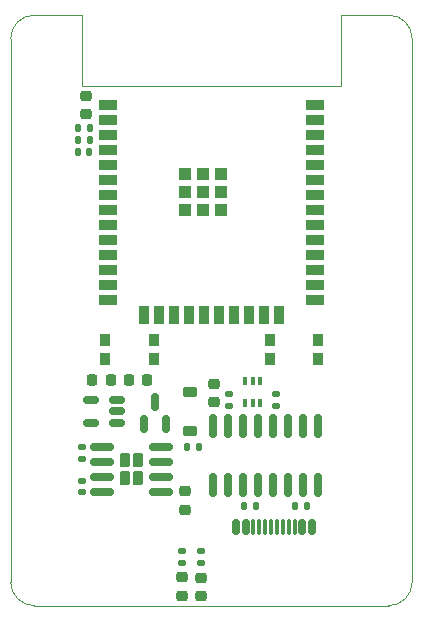
<source format=gtp>
G04 #@! TF.GenerationSoftware,KiCad,Pcbnew,8.0.2*
G04 #@! TF.CreationDate,2024-05-24T09:08:15+10:00*
G04 #@! TF.ProjectId,design,64657369-676e-42e6-9b69-6361645f7063,rev?*
G04 #@! TF.SameCoordinates,Original*
G04 #@! TF.FileFunction,Paste,Top*
G04 #@! TF.FilePolarity,Positive*
%FSLAX46Y46*%
G04 Gerber Fmt 4.6, Leading zero omitted, Abs format (unit mm)*
G04 Created by KiCad (PCBNEW 8.0.2) date 2024-05-24 09:08:15*
%MOMM*%
%LPD*%
G01*
G04 APERTURE LIST*
G04 Aperture macros list*
%AMRoundRect*
0 Rectangle with rounded corners*
0 $1 Rounding radius*
0 $2 $3 $4 $5 $6 $7 $8 $9 X,Y pos of 4 corners*
0 Add a 4 corners polygon primitive as box body*
4,1,4,$2,$3,$4,$5,$6,$7,$8,$9,$2,$3,0*
0 Add four circle primitives for the rounded corners*
1,1,$1+$1,$2,$3*
1,1,$1+$1,$4,$5*
1,1,$1+$1,$6,$7*
1,1,$1+$1,$8,$9*
0 Add four rect primitives between the rounded corners*
20,1,$1+$1,$2,$3,$4,$5,0*
20,1,$1+$1,$4,$5,$6,$7,0*
20,1,$1+$1,$6,$7,$8,$9,0*
20,1,$1+$1,$8,$9,$2,$3,0*%
G04 Aperture macros list end*
%ADD10RoundRect,0.140000X0.170000X-0.140000X0.170000X0.140000X-0.170000X0.140000X-0.170000X-0.140000X0*%
%ADD11RoundRect,0.135000X-0.135000X-0.185000X0.135000X-0.185000X0.135000X0.185000X-0.135000X0.185000X0*%
%ADD12RoundRect,0.225000X0.225000X0.250000X-0.225000X0.250000X-0.225000X-0.250000X0.225000X-0.250000X0*%
%ADD13RoundRect,0.150000X0.150000X-0.587500X0.150000X0.587500X-0.150000X0.587500X-0.150000X-0.587500X0*%
%ADD14R,0.900000X1.000000*%
%ADD15RoundRect,0.135000X0.185000X-0.135000X0.185000X0.135000X-0.185000X0.135000X-0.185000X-0.135000X0*%
%ADD16RoundRect,0.225000X-0.225000X-0.250000X0.225000X-0.250000X0.225000X0.250000X-0.225000X0.250000X0*%
%ADD17R,1.500000X0.900000*%
%ADD18R,0.900000X1.500000*%
%ADD19R,1.050000X1.050000*%
%ADD20RoundRect,0.100000X0.100000X-0.225000X0.100000X0.225000X-0.100000X0.225000X-0.100000X-0.225000X0*%
%ADD21RoundRect,0.150000X0.150000X-0.825000X0.150000X0.825000X-0.150000X0.825000X-0.150000X-0.825000X0*%
%ADD22RoundRect,0.218750X-0.256250X0.218750X-0.256250X-0.218750X0.256250X-0.218750X0.256250X0.218750X0*%
%ADD23RoundRect,0.225000X0.250000X-0.225000X0.250000X0.225000X-0.250000X0.225000X-0.250000X-0.225000X0*%
%ADD24RoundRect,0.230000X-0.230000X-0.375000X0.230000X-0.375000X0.230000X0.375000X-0.230000X0.375000X0*%
%ADD25RoundRect,0.150000X-0.825000X-0.150000X0.825000X-0.150000X0.825000X0.150000X-0.825000X0.150000X0*%
%ADD26RoundRect,0.140000X0.140000X0.170000X-0.140000X0.170000X-0.140000X-0.170000X0.140000X-0.170000X0*%
%ADD27RoundRect,0.140000X-0.140000X-0.170000X0.140000X-0.170000X0.140000X0.170000X-0.140000X0.170000X0*%
%ADD28RoundRect,0.225000X-0.250000X0.225000X-0.250000X-0.225000X0.250000X-0.225000X0.250000X0.225000X0*%
%ADD29RoundRect,0.150000X-0.150000X-0.500000X0.150000X-0.500000X0.150000X0.500000X-0.150000X0.500000X0*%
%ADD30RoundRect,0.075000X-0.075000X-0.575000X0.075000X-0.575000X0.075000X0.575000X-0.075000X0.575000X0*%
%ADD31RoundRect,0.150000X0.512500X0.150000X-0.512500X0.150000X-0.512500X-0.150000X0.512500X-0.150000X0*%
%ADD32RoundRect,0.225000X-0.375000X0.225000X-0.375000X-0.225000X0.375000X-0.225000X0.375000X0.225000X0*%
%ADD33RoundRect,0.135000X0.135000X0.185000X-0.135000X0.185000X-0.135000X-0.185000X0.135000X-0.185000X0*%
G04 #@! TA.AperFunction,Profile*
%ADD34C,0.100000*%
G04 #@! TD*
G04 APERTURE END LIST*
D10*
G04 #@! TO.C,C14*
X89000000Y-105380000D03*
X89000000Y-104420000D03*
G04 #@! TD*
D11*
G04 #@! TO.C,R2*
X107090000Y-106600000D03*
X108110000Y-106600000D03*
G04 #@! TD*
D12*
G04 #@! TO.C,C16*
X94575000Y-95900000D03*
X93025000Y-95900000D03*
G04 #@! TD*
D13*
G04 #@! TO.C,Q3*
X94250000Y-99637500D03*
X96150000Y-99637500D03*
X95200000Y-97762500D03*
G04 #@! TD*
D14*
G04 #@! TO.C,SW1*
X109050000Y-94100000D03*
X104950000Y-94100000D03*
X109050000Y-92500000D03*
X104950000Y-92500000D03*
G04 #@! TD*
D15*
G04 #@! TO.C,R13*
X97500000Y-111410000D03*
X97500000Y-110390000D03*
G04 #@! TD*
D10*
G04 #@! TO.C,C5*
X101500000Y-98080000D03*
X101500000Y-97120000D03*
G04 #@! TD*
D16*
G04 #@! TO.C,C17*
X89925000Y-95900000D03*
X91475000Y-95900000D03*
G04 #@! TD*
D15*
G04 #@! TO.C,R10*
X99100000Y-111410000D03*
X99100000Y-110390000D03*
G04 #@! TD*
D17*
G04 #@! TO.C,U3*
X91250000Y-72600000D03*
X91250000Y-73870000D03*
X91250000Y-75140000D03*
X91250000Y-76410000D03*
X91250000Y-77680000D03*
X91250000Y-78950000D03*
X91250000Y-80220000D03*
X91250000Y-81490000D03*
X91250000Y-82760000D03*
X91250000Y-84030000D03*
X91250000Y-85300000D03*
X91250000Y-86570000D03*
X91250000Y-87840000D03*
X91250000Y-89110000D03*
D18*
X94290000Y-90360000D03*
X95560000Y-90360000D03*
X96830000Y-90360000D03*
X98100000Y-90360000D03*
X99370000Y-90360000D03*
X100640000Y-90360000D03*
X101910000Y-90360000D03*
X103180000Y-90360000D03*
X104450000Y-90360000D03*
X105720000Y-90360000D03*
D17*
X108750000Y-89110000D03*
X108750000Y-87840000D03*
X108750000Y-86570000D03*
X108750000Y-85300000D03*
X108750000Y-84030000D03*
X108750000Y-82760000D03*
X108750000Y-81490000D03*
X108750000Y-80220000D03*
X108750000Y-78950000D03*
X108750000Y-77680000D03*
X108750000Y-76410000D03*
X108750000Y-75140000D03*
X108750000Y-73870000D03*
X108750000Y-72600000D03*
D19*
X97795000Y-78415000D03*
X97795000Y-79940000D03*
X97795000Y-81465000D03*
X99320000Y-78415000D03*
X99320000Y-79940000D03*
X99320000Y-81465000D03*
X100845000Y-78415000D03*
X100845000Y-79940000D03*
X100845000Y-81465000D03*
G04 #@! TD*
D15*
G04 #@! TO.C,R3*
X105500000Y-98110000D03*
X105500000Y-97090000D03*
G04 #@! TD*
D14*
G04 #@! TO.C,SW2*
X91000000Y-92500000D03*
X95100000Y-92500000D03*
X91000000Y-94100000D03*
X95100000Y-94100000D03*
G04 #@! TD*
D20*
G04 #@! TO.C,Q1*
X102850000Y-97850000D03*
X103500000Y-97850000D03*
X104150000Y-97850000D03*
X104150000Y-95950000D03*
X103500000Y-95950000D03*
X102850000Y-95950000D03*
G04 #@! TD*
D21*
G04 #@! TO.C,U1*
X100155000Y-104775000D03*
X101425000Y-104775000D03*
X102695000Y-104775000D03*
X103965000Y-104775000D03*
X105235000Y-104775000D03*
X106505000Y-104775000D03*
X107775000Y-104775000D03*
X109045000Y-104775000D03*
X109045000Y-99825000D03*
X107775000Y-99825000D03*
X106505000Y-99825000D03*
X105235000Y-99825000D03*
X103965000Y-99825000D03*
X102695000Y-99825000D03*
X101425000Y-99825000D03*
X100155000Y-99825000D03*
G04 #@! TD*
D22*
G04 #@! TO.C,D2*
X97500000Y-112612500D03*
X97500000Y-114187500D03*
G04 #@! TD*
D23*
G04 #@! TO.C,C4*
X100200000Y-97775000D03*
X100200000Y-96225000D03*
G04 #@! TD*
D24*
G04 #@! TO.C,U4*
X92660000Y-102700000D03*
X92660000Y-104200000D03*
X93800000Y-102700000D03*
X93800000Y-104200000D03*
D25*
X90755000Y-101545000D03*
X90755000Y-102815000D03*
X90755000Y-104085000D03*
X90755000Y-105355000D03*
X95705000Y-105355000D03*
X95705000Y-104085000D03*
X95705000Y-102815000D03*
X95705000Y-101545000D03*
G04 #@! TD*
D26*
G04 #@! TO.C,C1*
X89680000Y-74600000D03*
X88720000Y-74600000D03*
G04 #@! TD*
D27*
G04 #@! TO.C,C2*
X88710000Y-76600000D03*
X89670000Y-76600000D03*
G04 #@! TD*
D28*
G04 #@! TO.C,C13*
X97800000Y-105325000D03*
X97800000Y-106875000D03*
G04 #@! TD*
D11*
G04 #@! TO.C,R15*
X97890000Y-101550000D03*
X98910000Y-101550000D03*
G04 #@! TD*
D29*
G04 #@! TO.C,J1*
X102100000Y-108360000D03*
X102900000Y-108360000D03*
D30*
X104050000Y-108360000D03*
X105050000Y-108360000D03*
X105550000Y-108360000D03*
X106550000Y-108360000D03*
D29*
X107700000Y-108360000D03*
X108500000Y-108360000D03*
X108500000Y-108360000D03*
X107700000Y-108360000D03*
D30*
X107050000Y-108360000D03*
X106050000Y-108360000D03*
X104550000Y-108360000D03*
X103550000Y-108360000D03*
D29*
X102900000Y-108360000D03*
X102100000Y-108360000D03*
G04 #@! TD*
D22*
G04 #@! TO.C,D1*
X99100000Y-112625000D03*
X99100000Y-114200000D03*
G04 #@! TD*
D31*
G04 #@! TO.C,U5*
X92037500Y-99500000D03*
X92037500Y-98550000D03*
X92037500Y-97600000D03*
X89762500Y-97600000D03*
X89762500Y-99500000D03*
G04 #@! TD*
D32*
G04 #@! TO.C,D4*
X98200000Y-96950000D03*
X98200000Y-100250000D03*
G04 #@! TD*
D33*
G04 #@! TO.C,R1*
X103810000Y-106600000D03*
X102790000Y-106600000D03*
G04 #@! TD*
D23*
G04 #@! TO.C,C6*
X89400000Y-73375000D03*
X89400000Y-71825000D03*
G04 #@! TD*
D15*
G04 #@! TO.C,R12*
X89000000Y-102610000D03*
X89000000Y-101590000D03*
G04 #@! TD*
D11*
G04 #@! TO.C,R4*
X88680000Y-75600000D03*
X89700000Y-75600000D03*
G04 #@! TD*
D34*
X85000000Y-115000000D02*
G75*
G02*
X83000000Y-113000000I0J2000000D01*
G01*
X115000000Y-115000000D02*
X85000000Y-115000000D01*
X83000000Y-113000000D02*
X83000000Y-67000000D01*
X117000000Y-67000000D02*
X117000000Y-113000000D01*
X115000000Y-65000000D02*
X111000000Y-65000000D01*
X89000000Y-71000000D02*
X89000000Y-65000000D01*
X115000000Y-65000000D02*
G75*
G02*
X117000000Y-67000000I0J-2000000D01*
G01*
X111000000Y-71000000D02*
X89000000Y-71000000D01*
X89000000Y-65000000D02*
X85000000Y-65000000D01*
X83000000Y-67000000D02*
G75*
G02*
X85000000Y-65000000I2000000J0D01*
G01*
X111000000Y-65000000D02*
X111000000Y-71000000D01*
X117000000Y-113000000D02*
G75*
G02*
X115000000Y-115000000I-2000000J0D01*
G01*
M02*

</source>
